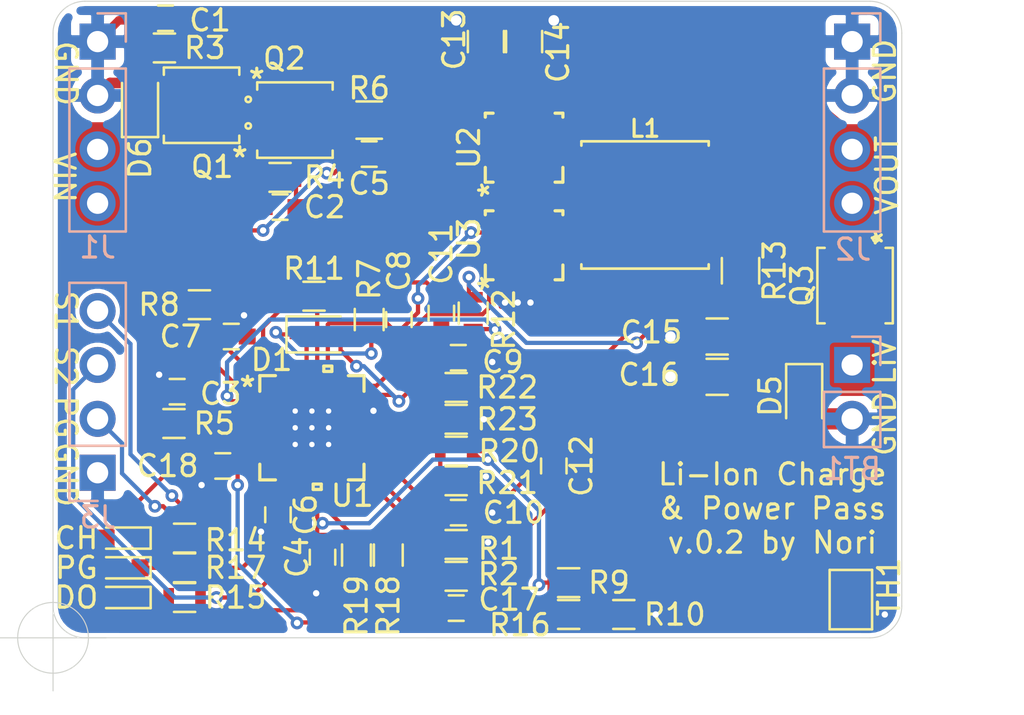
<source format=kicad_pcb>
(kicad_pcb (version 20171130) (host pcbnew "(5.1.10)-1")
  (layers (0 F.Cu signal) (31 B.Cu signal) (34 B.Paste user) (35 F.Paste user) (36 B.SilkS user) (37 F.SilkS user) (38 B.Mask user) (39 F.Mask user) (44 Edge.Cuts user))
  (net 0 "")
  (net 1 +BATT)
  (net 2 GND)
  (net 3 "Net-(C1-Pad1)")
  (net 4 "Net-(C2-Pad2)")
  (net 5 "Net-(C2-Pad1)")
  (net 6 "Net-(C3-Pad2)")
  (net 7 VREF)
  (net 8 "Net-(C11-Pad1)")
  (net 9 "Net-(C6-Pad1)")
  (net 10 "Net-(C7-Pad1)")
  (net 11 "Net-(C8-Pad2)")
  (net 12 "Net-(C8-Pad1)")
  (net 13 "Net-(C9-Pad1)")
  (net 14 "Net-(C10-Pad1)")
  (net 15 "Net-(C11-Pad2)")
  (net 16 VFB)
  (net 17 TS)
  (net 18 "Net-(D1-Pad1)")
  (net 19 "Net-(D2-Pad1)")
  (net 20 "Net-(D3-Pad1)")
  (net 21 "Net-(D4-Pad1)")
  (net 22 ~PG)
  (net 23 STAT2)
  (net 24 STAT1)
  (net 25 "Net-(R5-Pad2)")
  (net 26 "Net-(R10-Pad1)")
  (net 27 "Net-(R11-Pad1)")
  (net 28 ISET1)
  (net 29 ISET2)
  (net 30 ACSET)
  (net 31 "Net-(U1-Pad21)")
  (net 32 "Net-(U1-Pad19)")
  (net 33 "Net-(D6-Pad1)")
  (module Diodes_SMD:D_SOD-323 (layer F.Cu) (at 176.1 83.3 90)
    (fp_text reference D6 (at -2.5 0 90) (layer F.SilkS))
    (fp_text value D_Zener)
    (pad 1 smd rect (at -1.05 0 90) (size 0.6 0.45) (layers F.Cu F.Paste F.Mask) (net 33 "Net-(D6-Pad1)"))
    (pad 2 smd rect (at 1.05 0 90) (size 0.6 0.45) (layers F.Cu F.Paste F.Mask) (net 2 GND))
  )
  (module Diodes_SMD:D_SOD-323 (layer F.Cu) (at 207.4 97 270)
    (fp_text reference D5 (at 0 1.6 90) (layer F.SilkS))
    (fp_text value D_Zener)
    (pad 1 smd rect (at -1.05 0 270) (size 0.6 0.45) (layers F.Cu F.Paste F.Mask) (net 1 +BATT))
    (pad 2 smd rect (at 1.05 0 270) (size 0.6 0.45) (layers F.Cu F.Paste F.Mask) (net 2 GND))
  )
  (module Resistors_SMD:R_0603 (layer F.Cu) (at 191 98.1)
    (fp_text reference R23 (at 2.4 0) (layer F.SilkS))
    (fp_text value 100k)
    (pad 1 smd rect (at -0.75 0) (size 0.5 0.9) (layers F.Cu F.Paste F.Mask) (net 30 ACSET))
    (pad 2 smd rect (at 0.75 0) (size 0.5 0.9) (layers F.Cu F.Paste F.Mask) (net 2 GND))
  )
  (module Resistors_SMD:R_0603 (layer F.Cu) (at 191 101)
    (fp_text reference R21 (at 2.4 0.1) (layer F.SilkS))
    (fp_text value 7.5k)
    (pad 1 smd rect (at -0.75 0) (size 0.5 0.9) (layers F.Cu F.Paste F.Mask) (net 29 ISET2))
    (pad 2 smd rect (at 0.75 0) (size 0.5 0.9) (layers F.Cu F.Paste F.Mask) (net 2 GND))
  )
  (module Resistors_SMD:R_0603 (layer F.Cu) (at 178.2 105.1)
    (fp_text reference R17 (at 2.4 0) (layer F.SilkS))
    (fp_text value 10k)
    (pad 2 smd rect (at 0.75 0) (size 0.5 0.9) (layers F.Cu F.Paste F.Mask) (net 22 ~PG))
    (pad 1 smd rect (at -0.75 0) (size 0.5 0.9) (layers F.Cu F.Paste F.Mask) (net 21 "Net-(D4-Pad1)"))
  )
  (module Resistors_SMD:R_0603 (layer F.Cu) (at 187.8 104.5 90)
    (fp_text reference R18 (at -2.4 0 90) (layer F.SilkS))
    (fp_text value 510k)
    (pad 2 smd rect (at 0.75 0 90) (size 0.5 0.9) (layers F.Cu F.Paste F.Mask) (net 28 ISET1))
    (pad 1 smd rect (at -0.75 0 90) (size 0.5 0.9) (layers F.Cu F.Paste F.Mask) (net 7 VREF))
  )
  (module Resistors_SMD:R_0603 (layer F.Cu) (at 191 99.6 180)
    (fp_text reference R20 (at -2.5 0) (layer F.SilkS))
    (fp_text value 240k)
    (pad 2 smd rect (at 0.75 0 180) (size 0.5 0.9) (layers F.Cu F.Paste F.Mask) (net 29 ISET2))
    (pad 1 smd rect (at -0.75 0 180) (size 0.5 0.9) (layers F.Cu F.Paste F.Mask) (net 7 VREF))
  )
  (module Resistors_SMD:R_0603 (layer F.Cu) (at 191 96.6 180)
    (fp_text reference R22 (at -2.4 0) (layer F.SilkS))
    (fp_text value 560k)
    (pad 2 smd rect (at 0.75 0 180) (size 0.5 0.9) (layers F.Cu F.Paste F.Mask) (net 30 ACSET))
    (pad 1 smd rect (at -0.75 0 180) (size 0.5 0.9) (layers F.Cu F.Paste F.Mask) (net 7 VREF))
  )
  (module Resistors_SMD:R_0603 (layer F.Cu) (at 186.3 104.5 270)
    (fp_text reference R19 (at 2.4 0 90) (layer F.SilkS))
    (fp_text value 33k)
    (pad 1 smd rect (at -0.75 0 270) (size 0.5 0.9) (layers F.Cu F.Paste F.Mask) (net 28 ISET1))
    (pad 2 smd rect (at 0.75 0 270) (size 0.5 0.9) (layers F.Cu F.Paste F.Mask) (net 2 GND))
  )
  (module Resistors_SMD:R_0603 (layer F.Cu) (at 196.3 107.3)
    (fp_text reference R16 (at -2.3 0.5) (layer F.SilkS))
    (fp_text value 100)
    (pad 2 smd rect (at 0.75 0) (size 0.5 0.9) (layers F.Cu F.Paste F.Mask) (net 26 "Net-(R10-Pad1)"))
    (pad 1 smd rect (at -0.75 0) (size 0.5 0.9) (layers F.Cu F.Paste F.Mask) (net 17 TS))
  )
  (module Resistors_SMD:R_0603 (layer F.Cu) (at 198.9 107.3)
    (fp_text reference R10 (at 2.4 0) (layer F.SilkS))
    (fp_text value "430k 1%")
    (pad 2 smd rect (at 0.75 0) (size 0.5 0.9) (layers F.Cu F.Paste F.Mask) (net 2 GND))
    (pad 1 smd rect (at -0.75 0) (size 0.5 0.9) (layers F.Cu F.Paste F.Mask) (net 26 "Net-(R10-Pad1)"))
  )
  (module Resistors_SMD:R_0603 (layer F.Cu) (at 178.9 92.7 180)
    (fp_text reference R8 (at 1.9 0) (layer F.SilkS))
    (fp_text value 10)
    (pad 2 smd rect (at 0.75 0 180) (size 0.5 0.9) (layers F.Cu F.Paste F.Mask) (net 5 "Net-(C2-Pad1)"))
    (pad 1 smd rect (at -0.75 0 180) (size 0.5 0.9) (layers F.Cu F.Paste F.Mask) (net 10 "Net-(C7-Pad1)"))
  )
  (module Resistors_SMD:R_0603 (layer F.Cu) (at 191 105.5 180)
    (fp_text reference R2 (at -2 0.1) (layer F.SilkS))
    (fp_text value "1.1M 1%")
    (pad 2 smd rect (at 0.75 0 180) (size 0.5 0.9) (layers F.Cu F.Paste F.Mask) (net 16 VFB))
    (pad 1 smd rect (at -0.75 0 180) (size 0.5 0.9) (layers F.Cu F.Paste F.Mask) (net 1 +BATT))
  )
  (module Resistors_SMD:R_0603 (layer F.Cu) (at 186.9 93.4 270)
    (fp_text reference R7 (at -1.9 0 90) (layer F.SilkS))
    (fp_text value 0)
    (pad 1 smd rect (at -0.75 0 270) (size 0.5 0.9) (layers F.Cu F.Paste F.Mask) (net 12 "Net-(C8-Pad1)"))
    (pad 2 smd rect (at 0.75 0 270) (size 0.5 0.9) (layers F.Cu F.Paste F.Mask) (net 18 "Net-(D1-Pad1)"))
  )
  (module Resistors_SMD:R_0603 (layer F.Cu) (at 178.2 103.7)
    (fp_text reference R14 (at 2.4 0.1) (layer F.SilkS))
    (fp_text value 10k)
    (pad 1 smd rect (at -0.75 0) (size 0.5 0.9) (layers F.Cu F.Paste F.Mask) (net 19 "Net-(D2-Pad1)"))
    (pad 2 smd rect (at 0.75 0) (size 0.5 0.9) (layers F.Cu F.Paste F.Mask) (net 24 STAT1))
  )
  (module LEDs:LED_0603 (layer F.Cu) (at 175.3 103.7 180)
    (fp_text reference CH (at 2.2 0) (layer F.SilkS))
    (fp_text value LED)
    (pad 1 smd rect (at -0.8 0) (size 0.8 0.8) (layers F.Cu F.Paste F.Mask) (net 19 "Net-(D2-Pad1)"))
    (pad 2 smd rect (at 0.8 0) (size 0.8 0.8) (layers F.Cu F.Paste F.Mask) (net 7 VREF))
  )
  (module LEDs:LED_0603 (layer F.Cu) (at 175.3 106.5 180)
    (fp_text reference DO (at 2.2 0) (layer F.SilkS))
    (fp_text value LED)
    (pad 2 smd rect (at 0.8 0) (size 0.8 0.8) (layers F.Cu F.Paste F.Mask) (net 7 VREF))
    (pad 1 smd rect (at -0.8 0) (size 0.8 0.8) (layers F.Cu F.Paste F.Mask) (net 20 "Net-(D3-Pad1)"))
  )
  (module Resistors_SMD:R_0603 (layer F.Cu) (at 184.3 92.3)
    (fp_text reference R11 (at 0 -1.3) (layer F.SilkS))
    (fp_text value 1k)
    (pad 2 smd rect (at 0.75 0) (size 0.5 0.9) (layers F.Cu F.Paste F.Mask) (net 15 "Net-(C11-Pad2)"))
    (pad 1 smd rect (at -0.75 0) (size 0.5 0.9) (layers F.Cu F.Paste F.Mask) (net 27 "Net-(R11-Pad1)"))
  )
  (module Pin_Headers:Pin_Header_Straight_1x04_Pitch2.54mm (layer B.Cu) (at 174.1 100.62)
    (fp_text reference J3 (at 0.02 2.1) (layer B.SilkS) (effects (justify mirror)))
    (fp_text value Conn_01x04)
    (pad 1 thru_hole rect (at 0 0) (size 1.7 1.7) (drill 1) (layers *.Cu *.Mask) (net 2 GND))
    (pad 2 thru_hole oval (at 0 -2.54) (size 1.7 1.7) (drill 1) (layers *.Cu *.Mask) (net 22 ~PG))
    (pad 3 thru_hole oval (at 0 -5.08) (size 1.7 1.7) (drill 1) (layers *.Cu *.Mask) (net 23 STAT2))
    (pad 4 thru_hole oval (at 0 -7.62) (size 1.7 1.7) (drill 1) (layers *.Cu *.Mask) (net 24 STAT1))
  )
  (module Resistors_SMD:R_0603 (layer F.Cu) (at 196.3 105.8)
    (fp_text reference R9 (at 1.9 0) (layer F.SilkS))
    (fp_text value "9.31k 1%")
    (pad 2 smd rect (at 0.75 0) (size 0.5 0.9) (layers F.Cu F.Paste F.Mask) (net 26 "Net-(R10-Pad1)"))
    (pad 1 smd rect (at -0.75 0) (size 0.5 0.9) (layers F.Cu F.Paste F.Mask) (net 7 VREF))
  )
  (module Capacitors_SMD:C_0603 (layer F.Cu) (at 180 100.3 180)
    (fp_text reference C18 (at 2.6 0) (layer F.SilkS))
    (fp_text value 0.1u)
    (pad 1 smd rect (at -0.75 0 180) (size 0.8 0.75) (layers F.Cu F.Paste F.Mask) (net 17 TS))
    (pad 2 smd rect (at 0.75 0 180) (size 0.8 0.75) (layers F.Cu F.Paste F.Mask) (net 2 GND))
  )
  (module Resistors_SMD:R_0603 (layer F.Cu) (at 191.8 93.1 270)
    (fp_text reference R12 (at 0.3 -1.45 90) (layer F.SilkS))
    (fp_text value 100k)
    (pad 1 smd rect (at -0.75 0 270) (size 0.5 0.9) (layers F.Cu F.Paste F.Mask) (net 15 "Net-(C11-Pad2)"))
    (pad 2 smd rect (at 0.75 0 270) (size 0.5 0.9) (layers F.Cu F.Paste F.Mask) (net 8 "Net-(C11-Pad1)"))
  )
  (module Resistors_SMD:R_0603 (layer F.Cu) (at 177.7 98.3)
    (fp_text reference R5 (at 1.9 0) (layer F.SilkS))
    (fp_text value 1k)
    (pad 1 smd rect (at -0.75 0) (size 0.5 0.9) (layers F.Cu F.Paste F.Mask) (net 4 "Net-(C2-Pad2)"))
    (pad 2 smd rect (at 0.75 0) (size 0.5 0.9) (layers F.Cu F.Paste F.Mask) (net 25 "Net-(R5-Pad2)"))
  )
  (module LEDs:LED_0603 (layer F.Cu) (at 175.3 105.1 180)
    (fp_text reference PG (at 2.2 0) (layer F.SilkS))
    (fp_text value LED)
    (pad 2 smd rect (at 0.8 0) (size 0.8 0.8) (layers F.Cu F.Paste F.Mask) (net 7 VREF))
    (pad 1 smd rect (at -0.8 0) (size 0.8 0.8) (layers F.Cu F.Paste F.Mask) (net 21 "Net-(D4-Pad1)"))
  )
  (module Resistors_SMD:R_0603 (layer F.Cu) (at 191 104)
    (fp_text reference R1 (at 2 0.2) (layer F.SilkS))
    (fp_text value "130k 1%")
    (pad 1 smd rect (at -0.75 0) (size 0.5 0.9) (layers F.Cu F.Paste F.Mask) (net 16 VFB))
    (pad 2 smd rect (at 0.75 0) (size 0.5 0.9) (layers F.Cu F.Paste F.Mask) (net 2 GND))
  )
  (module Resistors_SMD:R_0603 (layer F.Cu) (at 182.7 86.7)
    (fp_text reference R4 (at 2.1 0) (layer F.SilkS))
    (fp_text value 100k)
    (pad 1 smd rect (at -0.75 0) (size 0.5 0.9) (layers F.Cu F.Paste F.Mask) (net 4 "Net-(C2-Pad2)"))
    (pad 2 smd rect (at 0.75 0) (size 0.5 0.9) (layers F.Cu F.Paste F.Mask) (net 5 "Net-(C2-Pad1)"))
  )
  (module Diodes_SMD:D_SOD-323 (layer F.Cu) (at 184.5 94.1)
    (fp_text reference D1 (at -2.2 1.2) (layer F.SilkS))
    (fp_text value CUS520,H3F)
    (pad 1 smd rect (at -1.05 0) (size 0.6 0.45) (layers F.Cu F.Paste F.Mask) (net 18 "Net-(D1-Pad1)"))
    (pad 2 smd rect (at 1.05 0) (size 0.6 0.45) (layers F.Cu F.Paste F.Mask) (net 13 "Net-(C9-Pad1)"))
  )
  (module Resistors_SMD:R_0603 (layer F.Cu) (at 178.2 106.5)
    (fp_text reference R15 (at 2.4 0) (layer F.SilkS))
    (fp_text value 10k)
    (pad 1 smd rect (at -0.75 0) (size 0.5 0.9) (layers F.Cu F.Paste F.Mask) (net 20 "Net-(D3-Pad1)"))
    (pad 2 smd rect (at 0.75 0) (size 0.5 0.9) (layers F.Cu F.Paste F.Mask) (net 23 STAT2))
  )
  (module Capacitors_SMD:C_0603 (layer F.Cu) (at 191 107 180)
    (fp_text reference C17 (at -2.5 0.4) (layer F.SilkS))
    (fp_text value 22p)
    (pad 2 smd rect (at 0.75 0 180) (size 0.8 0.75) (layers F.Cu F.Paste F.Mask) (net 16 VFB))
    (pad 1 smd rect (at -0.75 0 180) (size 0.8 0.75) (layers F.Cu F.Paste F.Mask) (net 1 +BATT))
  )
  (module Capacitors_SMD:C_0603 (layer F.Cu) (at 191.1 95.2)
    (fp_text reference C9 (at 2.1 0.2) (layer F.SilkS))
    (fp_text value 1u)
    (pad 1 smd rect (at -0.75 0) (size 0.8 0.75) (layers F.Cu F.Paste F.Mask) (net 13 "Net-(C9-Pad1)"))
    (pad 2 smd rect (at 0.75 0) (size 0.8 0.75) (layers F.Cu F.Paste F.Mask) (net 2 GND))
  )
  (module Capacitors_SMD:C_0805 (layer F.Cu) (at 203.3 96.1 180)
    (fp_text reference C16 (at 3.2 0.1) (layer F.SilkS))
    (fp_text value 10u)
    (pad 2 smd rect (at 1 0 180) (size 1 1.25) (layers F.Cu F.Paste F.Mask) (net 2 GND))
    (pad 1 smd rect (at -1 0 180) (size 1 1.25) (layers F.Cu F.Paste F.Mask) (net 1 +BATT))
  )
  (module Capacitors_SMD:C_0603 (layer F.Cu) (at 180.4 94.2)
    (fp_text reference C7 (at -2.4 0) (layer F.SilkS))
    (fp_text value 1u)
    (pad 2 smd rect (at 0.75 0) (size 0.8 0.75) (layers F.Cu F.Paste F.Mask) (net 2 GND))
    (pad 1 smd rect (at -0.75 0) (size 0.8 0.75) (layers F.Cu F.Paste F.Mask) (net 10 "Net-(C7-Pad1)"))
  )
  (module Capacitors_SMD:C_0805 (layer F.Cu) (at 203.3 94.2 180)
    (fp_text reference C15 (at 3.1 0.2) (layer F.SilkS))
    (fp_text value 10u)
    (pad 1 smd rect (at -1 0 180) (size 1 1.25) (layers F.Cu F.Paste F.Mask) (net 1 +BATT))
    (pad 2 smd rect (at 1 0 180) (size 1 1.25) (layers F.Cu F.Paste F.Mask) (net 2 GND))
  )
  (module Capacitors_SMD:C_0805 (layer F.Cu) (at 194.2 80.3 90)
    (fp_text reference C14 (at -0.5 1.6 90) (layer F.SilkS))
    (fp_text value 10u)
    (pad 2 smd rect (at 1 0 90) (size 1 1.25) (layers F.Cu F.Paste F.Mask) (net 2 GND))
    (pad 1 smd rect (at -1 0 90) (size 1 1.25) (layers F.Cu F.Paste F.Mask) (net 8 "Net-(C11-Pad1)"))
  )
  (module Capacitors_SMD:C_0805 (layer F.Cu) (at 192.4 80.3 90)
    (fp_text reference C13 (at 0.1 -1.5 90) (layer F.SilkS))
    (fp_text value 10u)
    (pad 1 smd rect (at -1 0 90) (size 1 1.25) (layers F.Cu F.Paste F.Mask) (net 8 "Net-(C11-Pad1)"))
    (pad 2 smd rect (at 1 0 90) (size 1 1.25) (layers F.Cu F.Paste F.Mask) (net 2 GND))
  )
  (module Capacitors_SMD:C_0603 (layer F.Cu) (at 190.3 93.1 90)
    (fp_text reference C11 (at 2.8 0 90) (layer F.SilkS))
    (fp_text value 0.1u)
    (pad 2 smd rect (at 0.75 0 90) (size 0.8 0.75) (layers F.Cu F.Paste F.Mask) (net 15 "Net-(C11-Pad2)"))
    (pad 1 smd rect (at -0.75 0 90) (size 0.8 0.75) (layers F.Cu F.Paste F.Mask) (net 8 "Net-(C11-Pad1)"))
  )
  (module Capacitors_SMD:C_0603 (layer F.Cu) (at 182.7 88.1 180)
    (fp_text reference C2 (at -2.1 0) (layer F.SilkS))
    (fp_text value 0.1u)
    (pad 1 smd rect (at -0.75 0 180) (size 0.8 0.75) (layers F.Cu F.Paste F.Mask) (net 5 "Net-(C2-Pad1)"))
    (pad 2 smd rect (at 0.75 0 180) (size 0.8 0.75) (layers F.Cu F.Paste F.Mask) (net 4 "Net-(C2-Pad2)"))
  )
  (module Pin_Headers:Pin_Header_Straight_1x02_Pitch2.54mm (layer B.Cu) (at 209.66 95.54 180)
    (fp_text reference BT1 (at 0 -4.9) (layer B.SilkS) (effects (justify mirror)))
    (fp_text value LiPo_5S)
    (pad 1 thru_hole rect (at 0 0 180) (size 1.7 1.7) (drill 1) (layers *.Cu *.Mask) (net 1 +BATT))
    (pad 2 thru_hole oval (at 0 -2.54 180) (size 1.7 1.7) (drill 1) (layers *.Cu *.Mask) (net 2 GND))
  )
  (module Capacitors_SMD:C_0603 (layer F.Cu) (at 191.1 102.5)
    (fp_text reference C10 (at 2.6 0) (layer F.SilkS))
    (fp_text value 0.1u)
    (pad 2 smd rect (at 0.75 0) (size 0.8 0.75) (layers F.Cu F.Paste F.Mask) (net 2 GND))
    (pad 1 smd rect (at -0.75 0) (size 0.8 0.75) (layers F.Cu F.Paste F.Mask) (net 14 "Net-(C10-Pad1)"))
  )
  (module Capacitors_SMD:C_0603 (layer F.Cu) (at 177.3 79.2 180)
    (fp_text reference C1 (at -2.1 -0.1) (layer F.SilkS))
    (fp_text value 1u)
    (pad 2 smd rect (at 0.75 0 180) (size 0.8 0.75) (layers F.Cu F.Paste F.Mask) (net 2 GND))
    (pad 1 smd rect (at -0.75 0 180) (size 0.8 0.75) (layers F.Cu F.Paste F.Mask) (net 3 "Net-(C1-Pad1)"))
  )
  (module Capacitors_SMD:C_0603 (layer F.Cu) (at 195.6 100.3 270)
    (fp_text reference C12 (at 0 -1.3 90) (layer F.SilkS))
    (fp_text value 0.1u)
    (pad 1 smd rect (at -0.75 0 270) (size 0.8 0.75) (layers F.Cu F.Paste F.Mask) (net 14 "Net-(C10-Pad1)"))
    (pad 2 smd rect (at 0.75 0 270) (size 0.8 0.75) (layers F.Cu F.Paste F.Mask) (net 1 +BATT))
  )
  (module Capacitors_SMD:C_0603 (layer F.Cu) (at 177.85 96.8)
    (fp_text reference C3 (at 2.05 0.1) (layer F.SilkS))
    (fp_text value 0.1u)
    (pad 1 smd rect (at -0.75 0) (size 0.8 0.75) (layers F.Cu F.Paste F.Mask) (net 2 GND))
    (pad 2 smd rect (at 0.75 0) (size 0.8 0.75) (layers F.Cu F.Paste F.Mask) (net 6 "Net-(C3-Pad2)"))
  )
  (module Capacitors_SMD:C_0603 (layer F.Cu) (at 188.3 93.4 270)
    (fp_text reference C8 (at -2.3 0 90) (layer F.SilkS))
    (fp_text value 0.1u)
    (pad 2 smd rect (at 0.75 0 270) (size 0.8 0.75) (layers F.Cu F.Paste F.Mask) (net 11 "Net-(C8-Pad2)"))
    (pad 1 smd rect (at -0.75 0 270) (size 0.8 0.75) (layers F.Cu F.Paste F.Mask) (net 12 "Net-(C8-Pad1)"))
  )
  (module Capacitors_SMD:C_0603 (layer F.Cu) (at 186.9 85.6)
    (fp_text reference C5 (at 0 1.4) (layer F.SilkS))
    (fp_text value 0.1u)
    (pad 2 smd rect (at 0.75 0) (size 0.8 0.75) (layers F.Cu F.Paste F.Mask) (net 8 "Net-(C11-Pad1)"))
    (pad 1 smd rect (at -0.75 0) (size 0.8 0.75) (layers F.Cu F.Paste F.Mask) (net 6 "Net-(C3-Pad2)"))
  )
  (module Resistors_SMD:R_0805 (layer F.Cu) (at 204.4 91.1 90)
    (fp_text reference R13 (at 0 1.6 90) (layer F.SilkS))
    (fp_text value 10m)
    (pad 2 smd rect (at 0.95 0 90) (size 0.7 1.3) (layers F.Cu F.Paste F.Mask) (net 14 "Net-(C10-Pad1)"))
    (pad 1 smd rect (at -0.95 0 90) (size 0.7 1.3) (layers F.Cu F.Paste F.Mask) (net 1 +BATT))
  )
  (module Capacitors_SMD:C_0603 (layer F.Cu) (at 182.6 102.6 270)
    (fp_text reference C6 (at 0 -1.3 90) (layer F.SilkS))
    (fp_text value 0.1u)
    (pad 1 smd rect (at -0.75 0 270) (size 0.8 0.75) (layers F.Cu F.Paste F.Mask) (net 9 "Net-(C6-Pad1)"))
    (pad 2 smd rect (at 0.75 0 270) (size 0.8 0.75) (layers F.Cu F.Paste F.Mask) (net 2 GND))
  )
  (module BQ24610RGER:BQ24610RGER (layer F.Cu) (at 184.2 98.5)
    (fp_text reference U1 (at 1.9 3.2) (layer F.SilkS))
    (fp_text value BQ24610RGER)
    (fp_text user * (at -3.035 -1.881) (layer F.SilkS))
    (fp_text user * (at -3.035 -1.881) (layer F.SilkS))
    (pad 1 smd rect (at -1.975 -1.25 90) (size 0.28 0.85) (layers F.Cu F.Paste F.Mask) (net 8 "Net-(C11-Pad1)"))
    (pad 2 smd rect (at -1.975 -0.750001 90) (size 0.28 0.85) (layers F.Cu F.Paste F.Mask) (net 6 "Net-(C3-Pad2)"))
    (pad 3 smd rect (at -1.975 -0.25 90) (size 0.28 0.85) (layers F.Cu F.Paste F.Mask) (net 25 "Net-(R5-Pad2)"))
    (pad 4 smd rect (at -1.975 0.25 90) (size 0.28 0.85) (layers F.Cu F.Paste F.Mask) (net 7 VREF))
    (pad 5 smd rect (at -1.975 0.750001 90) (size 0.28 0.85) (layers F.Cu F.Paste F.Mask) (net 24 STAT1))
    (pad 6 smd rect (at -1.975 1.25 90) (size 0.28 0.85) (layers F.Cu F.Paste F.Mask) (net 17 TS))
    (pad 7 smd rect (at -1.250315 1.975) (size 0.28 0.85) (layers F.Cu F.Paste F.Mask) (net 9 "Net-(C6-Pad1)"))
    (pad 8 smd rect (at -0.750189 1.975) (size 0.28 0.85) (layers F.Cu F.Paste F.Mask) (net 22 ~PG))
    (pad 9 smd rect (at -0.250063 1.975) (size 0.28 0.85) (layers F.Cu F.Paste F.Mask) (net 23 STAT2))
    (pad 10 smd rect (at 0.250063 1.975) (size 0.28 0.85) (layers F.Cu F.Paste F.Mask) (net 7 VREF))
    (pad 11 smd rect (at 0.750189 1.975) (size 0.28 0.85) (layers F.Cu F.Paste F.Mask) (net 28 ISET1))
    (pad 12 smd rect (at 1.250315 1.975) (size 0.28 0.85) (layers F.Cu F.Paste F.Mask) (net 16 VFB))
    (pad 13 smd rect (at 1.975 1.25 90) (size 0.28 0.85) (layers F.Cu F.Paste F.Mask) (net 1 +BATT))
    (pad 14 smd rect (at 1.975 0.750001 90) (size 0.28 0.85) (layers F.Cu F.Paste F.Mask) (net 14 "Net-(C10-Pad1)"))
    (pad 15 smd rect (at 1.975 0.25 90) (size 0.28 0.85) (layers F.Cu F.Paste F.Mask) (net 29 ISET2))
    (pad 16 smd rect (at 1.975 -0.25 90) (size 0.28 0.85) (layers F.Cu F.Paste F.Mask) (net 30 ACSET))
    (pad 17 smd rect (at 1.975 -0.750001 90) (size 0.28 0.85) (layers F.Cu F.Paste F.Mask) (net 2 GND))
    (pad 18 smd rect (at 1.975 -1.25 90) (size 0.28 0.85) (layers F.Cu F.Paste F.Mask) (net 13 "Net-(C9-Pad1)"))
    (pad 19 smd rect (at 1.250315 -1.975) (size 0.28 0.85) (layers F.Cu F.Paste F.Mask) (net 32 "Net-(U1-Pad19)"))
    (pad 20 smd rect (at 0.750189 -1.975) (size 0.28 0.85) (layers F.Cu F.Paste F.Mask) (net 11 "Net-(C8-Pad2)"))
    (pad 21 smd rect (at 0.250063 -1.975) (size 0.28 0.85) (layers F.Cu F.Paste F.Mask) (net 31 "Net-(U1-Pad21)"))
    (pad 22 smd rect (at -0.250063 -1.975) (size 0.28 0.85) (layers F.Cu F.Paste F.Mask) (net 18 "Net-(D1-Pad1)"))
    (pad 23 smd rect (at -0.750189 -1.975) (size 0.28 0.85) (layers F.Cu F.Paste F.Mask) (net 27 "Net-(R11-Pad1)"))
    (pad 24 smd rect (at -1.250315 -1.975) (size 0.28 0.85) (layers F.Cu F.Paste F.Mask) (net 10 "Net-(C7-Pad1)"))
    (pad 25 smd rect (at 0 0) (size 2.45 2.45) (layers F.Cu F.Paste F.Mask) (net 2 GND))
    (pad 25 thru_hole circle (at -0.7874 0.7874) (size 0.508 0.508) (drill 0.254) (layers *.Cu *.Mask) (net 2 GND))
    (pad 25 thru_hole circle (at -0.7874 0) (size 0.508 0.508) (drill 0.254) (layers *.Cu *.Mask) (net 2 GND))
    (pad 25 thru_hole circle (at -0.7874 -0.7874) (size 0.508 0.508) (drill 0.254) (layers *.Cu *.Mask) (net 2 GND))
    (pad 25 thru_hole circle (at 0 0.7874) (size 0.508 0.508) (drill 0.254) (layers *.Cu *.Mask) (net 2 GND))
    (pad 25 thru_hole circle (at 0 0) (size 0.508 0.508) (drill 0.254) (layers *.Cu *.Mask) (net 2 GND))
    (pad 25 thru_hole circle (at 0 -0.7874) (size 0.508 0.508) (drill 0.254) (layers *.Cu *.Mask) (net 2 GND))
    (pad 25 thru_hole circle (at 0.7874 0.7874) (size 0.508 0.508) (drill 0.254) (layers *.Cu *.Mask) (net 2 GND))
    (pad 25 thru_hole circle (at 0.7874 0) (size 0.508 0.508) (drill 0.254) (layers *.Cu *.Mask) (net 2 GND))
    (pad 25 thru_hole circle (at 0.7874 -0.7874) (size 0.508 0.508) (drill 0.254) (layers *.Cu *.Mask) (net 2 GND))
  )
  (module Resistors_SMD:R_0603 (layer F.Cu) (at 177.25 80.6 180)
    (fp_text reference R3 (at -1.9 0) (layer F.SilkS))
    (fp_text value 10)
    (pad 1 smd rect (at -0.75 0 180) (size 0.5 0.9) (layers F.Cu F.Paste F.Mask) (net 3 "Net-(C1-Pad1)"))
    (pad 2 smd rect (at 0.75 0 180) (size 0.5 0.9) (layers F.Cu F.Paste F.Mask) (net 33 "Net-(D6-Pad1)"))
  )
  (module SISH625DN-T1-GE3:SISH625DN-T1-GE3 (layer F.Cu) (at 183.4 84)
    (fp_text reference Q2 (at -0.5 -2.9) (layer F.SilkS))
    (fp_text value SISH101DN-T1-GE3)
    (fp_text user * (at -1.8 -1.9) (layer F.SilkS))
    (pad 1 smd rect (at -1.435001 -0.974979) (size 0.4318 0.3048) (layers F.Cu F.Paste F.Mask) (net 5 "Net-(C2-Pad1)"))
    (pad 2 smd rect (at -1.435001 -0.324993) (size 0.4318 0.3048) (layers F.Cu F.Paste F.Mask) (net 5 "Net-(C2-Pad1)"))
    (pad 3 smd rect (at -1.435001 0.324993) (size 0.4318 0.3048) (layers F.Cu F.Paste F.Mask) (net 5 "Net-(C2-Pad1)"))
    (pad 4 smd rect (at -1.435001 0.974979) (size 0.4318 0.3048) (layers F.Cu F.Paste F.Mask) (net 4 "Net-(C2-Pad2)"))
    (pad 5 smd rect (at 1.447701 0.974979) (size 0.4064 0.3048) (layers F.Cu F.Paste F.Mask) (net 6 "Net-(C3-Pad2)"))
    (pad 6 smd rect (at 1.447701 0.324993) (size 0.4064 0.3048) (layers F.Cu F.Paste F.Mask) (net 6 "Net-(C3-Pad2)"))
    (pad 7 smd rect (at 1.447701 -0.324993) (size 0.4064 0.3048) (layers F.Cu F.Paste F.Mask) (net 6 "Net-(C3-Pad2)"))
    (pad 8 smd rect (at 1.447701 -0.974979) (size 0.4064 0.3048) (layers F.Cu F.Paste F.Mask) (net 6 "Net-(C3-Pad2)"))
    (pad 8 smd roundrect (at 0.35 0) (size 1.9 2.4) (layers F.Cu F.Paste F.Mask) (roundrect_rratio 0.053) (net 6 "Net-(C3-Pad2)"))
  )
  (module TPN1R603PL:TPN1R603PL (layer F.Cu) (at 194.2 89.9 90)
    (fp_text reference U3 (at 0.3 -2.6 90) (layer F.SilkS))
    (fp_text value TPN2R304PL)
    (fp_text user * (at -1.8 -1.6 90) (layer F.SilkS))
    (pad 8 smd rect (at 1.5748 -0.974999 90) (size 0.8636 0.3048) (layers F.Cu F.Paste F.Mask) (net 11 "Net-(C8-Pad2)"))
    (pad 7 smd rect (at 1.5748 -0.325001 90) (size 0.8636 0.3048) (layers F.Cu F.Paste F.Mask) (net 11 "Net-(C8-Pad2)"))
    (pad 6 smd rect (at 1.5748 0.325001 90) (size 0.8636 0.3048) (layers F.Cu F.Paste F.Mask) (net 11 "Net-(C8-Pad2)"))
    (pad 5 smd rect (at 1.5748 0.974999 90) (size 0.8636 0.3048) (layers F.Cu F.Paste F.Mask) (net 11 "Net-(C8-Pad2)"))
    (pad 4 smd rect (at -1.5748 0.974999 90) (size 0.8636 0.3048) (layers F.Cu F.Paste F.Mask) (net 32 "Net-(U1-Pad19)"))
    (pad 3 smd rect (at -1.5748 0.325001 90) (size 0.8636 0.3048) (layers F.Cu F.Paste F.Mask) (net 2 GND))
    (pad 2 smd rect (at -1.5748 -0.325001 90) (size 0.8636 0.3048) (layers F.Cu F.Paste F.Mask) (net 2 GND))
    (pad 1 smd rect (at -1.5748 -0.974999 90) (size 0.8636 0.3048) (layers F.Cu F.Paste F.Mask) (net 2 GND))
    (pad 8 smd roundrect (at 0.55 0 90) (size 1.6 3.9) (layers F.Cu) (roundrect_rratio 0.062) (net 11 "Net-(C8-Pad2)"))
  )
  (module Resistors_SMD:R_0805 (layer F.Cu) (at 186.9 84 180)
    (fp_text reference R6 (at 0 1.5) (layer F.SilkS))
    (fp_text value 10m)
    (pad 2 smd rect (at 0.95 0 180) (size 0.7 1.3) (layers F.Cu F.Paste F.Mask) (net 6 "Net-(C3-Pad2)"))
    (pad 1 smd rect (at -0.95 0 180) (size 0.7 1.3) (layers F.Cu F.Paste F.Mask) (net 8 "Net-(C11-Pad1)"))
  )
  (module TPN1R603PL:TPN1R603PL (layer F.Cu) (at 194.2 85.3 90)
    (fp_text reference U2 (at 0 -2.6 90) (layer F.SilkS))
    (fp_text value TPN2R304PL)
    (fp_text user * (at -2 -1.6 90) (layer F.SilkS))
    (pad 8 smd rect (at 1.5748 -0.974999 90) (size 0.8636 0.3048) (layers F.Cu F.Paste F.Mask) (net 8 "Net-(C11-Pad1)"))
    (pad 7 smd rect (at 1.5748 -0.325001 90) (size 0.8636 0.3048) (layers F.Cu F.Paste F.Mask) (net 8 "Net-(C11-Pad1)"))
    (pad 6 smd rect (at 1.5748 0.325001 90) (size 0.8636 0.3048) (layers F.Cu F.Paste F.Mask) (net 8 "Net-(C11-Pad1)"))
    (pad 5 smd rect (at 1.5748 0.974999 90) (size 0.8636 0.3048) (layers F.Cu F.Paste F.Mask) (net 8 "Net-(C11-Pad1)"))
    (pad 4 smd rect (at -1.5748 0.974999 90) (size 0.8636 0.3048) (layers F.Cu F.Paste F.Mask) (net 31 "Net-(U1-Pad21)"))
    (pad 3 smd rect (at -1.5748 0.325001 90) (size 0.8636 0.3048) (layers F.Cu F.Paste F.Mask) (net 11 "Net-(C8-Pad2)"))
    (pad 2 smd rect (at -1.5748 -0.325001 90) (size 0.8636 0.3048) (layers F.Cu F.Paste F.Mask) (net 11 "Net-(C8-Pad2)"))
    (pad 1 smd rect (at -1.5748 -0.974999 90) (size 0.8636 0.3048) (layers F.Cu F.Paste F.Mask) (net 11 "Net-(C8-Pad2)"))
    (pad 8 smd roundrect (at 0.55 0 90) (size 1.6 3.9) (layers F.Cu) (roundrect_rratio 0.062) (net 8 "Net-(C11-Pad1)"))
  )
  (module Pin_Headers:Pin_Header_Straight_1x04_Pitch2.54mm (layer B.Cu) (at 174.1 80.3 180)
    (fp_text reference J1 (at 0 -9.7) (layer B.SilkS) (effects (justify mirror)))
    (fp_text value Conn_01x04)
    (pad 4 thru_hole oval (at 0 -7.62 180) (size 1.7 1.7) (drill 1) (layers *.Cu *.Mask) (net 33 "Net-(D6-Pad1)"))
    (pad 3 thru_hole oval (at 0 -5.08 180) (size 1.7 1.7) (drill 1) (layers *.Cu *.Mask) (net 33 "Net-(D6-Pad1)"))
    (pad 2 thru_hole oval (at 0 -2.54 180) (size 1.7 1.7) (drill 1) (layers *.Cu *.Mask) (net 2 GND))
    (pad 1 thru_hole rect (at 0 0 180) (size 1.7 1.7) (drill 1) (layers *.Cu *.Mask) (net 2 GND))
  )
  (module Pin_Headers:Pin_Header_Straight_1x04_Pitch2.54mm (layer B.Cu) (at 209.66 80.3 180)
    (fp_text reference J2 (at -0.04 -9.8) (layer B.SilkS) (effects (justify mirror)))
    (fp_text value Conn_01x04)
    (pad 4 thru_hole oval (at 0 -7.62 180) (size 1.7 1.7) (drill 1) (layers *.Cu *.Mask) (net 8 "Net-(C11-Pad1)"))
    (pad 3 thru_hole oval (at 0 -5.08 180) (size 1.7 1.7) (drill 1) (layers *.Cu *.Mask) (net 8 "Net-(C11-Pad1)"))
    (pad 2 thru_hole oval (at 0 -2.54 180) (size 1.7 1.7) (drill 1) (layers *.Cu *.Mask) (net 2 GND))
    (pad 1 thru_hole rect (at 0 0 180) (size 1.7 1.7) (drill 1) (layers *.Cu *.Mask) (net 2 GND))
  )
  (module SolderJumper:SolderJumper-2_P1.3mm_Open_Pad1.0x1.5mm (layer F.Cu) (at 209.6 106.6 270)
    (fp_text reference TH1 (at -0.6 -1.8 90) (layer F.SilkS))
    (fp_text value RTH103AT)
    (pad 2 smd rect (at 0.65 0 270) (size 1 1.5) (layers F.Cu F.Mask) (net 2 GND))
    (pad 1 smd rect (at -0.65 0 270) (size 1 1.5) (layers F.Cu F.Mask) (net 26 "Net-(R10-Pad1)"))
  )
  (module SRN6045TA-3R3Y:IND_SRN6045TA-3R3Y (layer F.Cu) (at 199.9 88)
    (fp_text reference L1 (at 0 -3.6) (layer F.SilkS) (effects (font (size 0.8 0.8))))
    (fp_text value 6.8u3.5A)
    (pad 2 smd rect (at 2.075 0) (size 2.35 5.1) (layers F.Cu F.Paste F.Mask) (net 14 "Net-(C10-Pad1)"))
    (pad 1 smd rect (at -2.075 0) (size 2.35 5.1) (layers F.Cu F.Paste F.Mask) (net 11 "Net-(C8-Pad2)"))
  )
  (module SISH625DN-T1-GE3:SISH625DN-T1-GE3 (layer F.Cu) (at 179 83.3 180)
    (fp_text reference Q1 (at -0.5 -2.9) (layer F.SilkS))
    (fp_text value SISH101DN-T1-GE3)
    (fp_text user * (at -1.8 -2.5) (layer F.SilkS))
    (pad 1 smd rect (at -1.435001 -0.974979 180) (size 0.4318 0.3048) (layers F.Cu F.Paste F.Mask) (net 5 "Net-(C2-Pad1)"))
    (pad 2 smd rect (at -1.435001 -0.324993 180) (size 0.4318 0.3048) (layers F.Cu F.Paste F.Mask) (net 5 "Net-(C2-Pad1)"))
    (pad 3 smd rect (at -1.435001 0.324993 180) (size 0.4318 0.3048) (layers F.Cu F.Paste F.Mask) (net 5 "Net-(C2-Pad1)"))
    (pad 4 smd rect (at -1.435001 0.974979 180) (size 0.4318 0.3048) (layers F.Cu F.Paste F.Mask) (net 4 "Net-(C2-Pad2)"))
    (pad 5 smd rect (at 1.447701 0.974979 180) (size 0.4064 0.3048) (layers F.Cu F.Paste F.Mask) (net 33 "Net-(D6-Pad1)"))
    (pad 6 smd rect (at 1.447701 0.324993 180) (size 0.4064 0.3048) (layers F.Cu F.Paste F.Mask) (net 33 "Net-(D6-Pad1)"))
    (pad 7 smd rect (at 1.447701 -0.324993 180) (size 0.4064 0.3048) (layers F.Cu F.Paste F.Mask) (net 33 "Net-(D6-Pad1)"))
    (pad 8 smd rect (at 1.447701 -0.974979 180) (size 0.4064 0.3048) (layers F.Cu F.Paste F.Mask) (net 33 "Net-(D6-Pad1)"))
    (pad 8 smd roundrect (at 0.35 0 180) (size 1.9 2.4) (layers F.Cu F.Paste F.Mask) (roundrect_rratio 0.053) (net 33 "Net-(D6-Pad1)"))
  )
  (module SISH625DN-T1-GE3:SISH625DN-T1-GE3 (layer F.Cu) (at 209.8 91.8 270)
    (fp_text reference Q3 (at 0 2.5 90) (layer F.SilkS))
    (fp_text value SISH101DN-T1-GE3)
    (fp_text user * (at -2.25 -1.35 90) (layer F.SilkS))
    (pad 1 smd rect (at -1.435001 -0.974979 270) (size 0.4318 0.3048) (layers F.Cu F.Paste F.Mask) (net 8 "Net-(C11-Pad1)"))
    (pad 2 smd rect (at -1.435001 -0.324993 270) (size 0.4318 0.3048) (layers F.Cu F.Paste F.Mask) (net 8 "Net-(C11-Pad1)"))
    (pad 3 smd rect (at -1.435001 0.324993 270) (size 0.4318 0.3048) (layers F.Cu F.Paste F.Mask) (net 8 "Net-(C11-Pad1)"))
    (pad 4 smd rect (at -1.435001 0.974979 270) (size 0.4318 0.3048) (layers F.Cu F.Paste F.Mask) (net 15 "Net-(C11-Pad2)"))
    (pad 5 smd rect (at 1.447701 0.974979 270) (size 0.4064 0.3048) (layers F.Cu F.Paste F.Mask) (net 1 +BATT))
    (pad 6 smd rect (at 1.447701 0.324993 270) (size 0.4064 0.3048) (layers F.Cu F.Paste F.Mask) (net 1 +BATT))
    (pad 7 smd rect (at 1.447701 -0.324993 270) (size 0.4064 0.3048) (layers F.Cu F.Paste F.Mask) (net 1 +BATT))
    (pad 8 smd rect (at 1.447701 -0.974979 270) (size 0.4064 0.3048) (layers F.Cu F.Paste F.Mask) (net 1 +BATT))
    (pad 8 smd roundrect (at 0.35 0 270) (size 1.9 2.4) (layers F.Cu F.Paste F.Mask) (roundrect_rratio 0.053) (net 1 +BATT))
  )
  (module Capacitors_SMD:C_0603 (layer F.Cu) (at 184.7 104.6 270)
    (fp_text reference C4 (at 0 1.2 90) (layer F.SilkS))
    (fp_text value 0.1u)
    (pad 1 smd rect (at -0.75 0 270) (size 0.8 0.75) (layers F.Cu F.Paste F.Mask) (net 7 VREF))
    (pad 2 smd rect (at 0.75 0 270) (size 0.8 0.75) (layers F.Cu F.Paste F.Mask) (net 2 GND))
  )
  (gr_line (start 212 106.9) (end 212 79.9) (layer Edge.Cuts) (width 0.05))
  (gr_arc (start 210.5 106.9) (end 210.5 108.4) (angle -90) (layer Edge.Cuts) (width 0.05))
  (gr_line (start 172 79.9) (end 172 106.9) (layer Edge.Cuts) (width 0.05))
  (gr_line (start 173.599779 108.396678) (end 210.5 108.4) (layer Edge.Cuts) (width 0.05))
  (gr_arc (start 173.5 106.9) (end 172 106.9) (angle -93.81407483) (layer Edge.Cuts) (width 0.05))
  (gr_line (start 210.5 78.4) (end 173.5 78.4) (layer Edge.Cuts) (width 0.05))
  (gr_text "Li-Ion Charge\n& Power Pass\nv.0.2 by Nori" (at 205.9 102.3) (layer F.SilkS) (effects (font (size 1 1))))
  (gr_text GND (at 211.2 81.7 90) (layer F.SilkS) (effects (font (size 1 1))))
  (gr_text LiV (at 211.2 95.4 90) (layer F.SilkS) (effects (font (size 1 1))))
  (gr_text VOUT (at 211.3 86.6 90) (layer F.SilkS) (effects (font (size 1 1))))
  (gr_text VIN (at 172.5 86.7 -90) (layer F.SilkS) (effects (font (size 1 1))))
  (gr_text GND (at 211.2 98.3 90) (layer F.SilkS) (effects (font (size 1 1))))
  (gr_text GND (at 172.6 100.7 270) (layer F.SilkS) (effects (font (size 1 1))))
  (gr_text S1 (at 172.6 93 270) (layer F.SilkS) (effects (font (size 1 1))))
  (gr_text GND (at 172.6 81.8 270) (layer F.SilkS) (effects (font (size 1 1))))
  (gr_text S2 (at 172.6 95.6 270) (layer F.SilkS) (effects (font (size 1 1))))
  (gr_text PG (at 172.6 98 270) (layer F.SilkS) (effects (font (size 1 1))))
  (target plus (at 172 108.4) (size 5) (width 0.05) (layer Edge.Cuts))
  (gr_arc (start 210.5 79.9) (end 212 79.9) (angle -90) (layer Edge.Cuts) (width 0.05))
  (gr_arc (start 173.5 79.9) (end 173.5 78.4) (angle -90) (layer Edge.Cuts) (width 0.05))
  (segment (start 191.75 105.5) (end 191.75 107) (width 0.2) (layer F.Cu) (net 1))
  (segment (start 189.674999 103.249999) (end 189.575001 103.150001) (width 0.2) (layer F.Cu) (net 1))
  (segment (start 189.575001 103.150001) (end 186.175 99.75) (width 0.2) (layer F.Cu) (net 1))
  (segment (start 203.2 96.865002) (end 203.2 92.7) (width 0.2) (layer F.Cu) (net 1))
  (segment (start 207.85 95.9) (end 204.25 92.3) (width 1) (layer F.Cu) (net 1))
  (segment (start 203.2 92.7) (end 203.6 92.3) (width 0.2) (layer F.Cu) (net 1))
  (segment (start 191.199999 104.949999) (end 191.199999 103.309999) (width 0.2) (layer F.Cu) (net 1))
  (segment (start 195.6 101.05) (end 195.6 101.975) (width 0.2) (layer F.Cu) (net 1))
  (segment (start 191.199999 103.309999) (end 191.139999 103.249999) (width 0.2) (layer F.Cu) (net 1))
  (segment (start 203.6 92.3) (end 204.25 92.3) (width 0.2) (layer F.Cu) (net 1))
  (segment (start 194.325001 103.249999) (end 191.259999 103.249999) (width 0.2) (layer F.Cu) (net 1))
  (segment (start 210 95.9) (end 207.85 95.9) (width 1) (layer F.Cu) (net 1))
  (segment (start 191.259999 103.249999) (end 191.199999 103.309999) (width 0.2) (layer F.Cu) (net 1))
  (segment (start 199.015002 101.05) (end 203.2 96.865002) (width 0.2) (layer F.Cu) (net 1))
  (segment (start 191.139999 103.249999) (end 189.674999 103.249999) (width 0.2) (layer F.Cu) (net 1))
  (segment (start 195.6 101.975) (end 194.325001 103.249999) (width 0.2) (layer F.Cu) (net 1))
  (segment (start 195.6 101.05) (end 199.015002 101.05) (width 0.2) (layer F.Cu) (net 1))
  (segment (start 191.75 105.5) (end 191.199999 104.949999) (width 0.2) (layer F.Cu) (net 1))
  (via (at 193.3 92.6) (size 0.6) (drill 0.3) (layers F.Cu B.Cu) (net 2))
  (via (at 179 101.2) (size 0.6) (drill 0.3) (layers F.Cu B.Cu) (net 2))
  (via (at 192.7 95.4) (size 0.6) (drill 0.3) (layers F.Cu B.Cu) (net 2))
  (via (at 187.1 97.7) (size 0.6) (drill 0.3) (layers F.Cu B.Cu) (net 2))
  (via (at 181 93.2) (size 0.6) (drill 0.3) (layers F.Cu B.Cu) (net 2))
  (via (at 200.4 107.3) (size 0.6) (drill 0.3) (layers F.Cu B.Cu) (net 2))
  (via (at 192.7 102.5) (size 0.6) (drill 0.3) (layers F.Cu B.Cu) (net 2))
  (via (at 194.5 92.6) (size 0.6) (drill 0.3) (layers F.Cu B.Cu) (net 2))
  (via (at 192.4 100.8) (size 0.6) (drill 0.3) (layers F.Cu B.Cu) (net 2))
  (via (at 193.9 92.6) (size 0.6) (drill 0.3) (layers F.Cu B.Cu) (net 2))
  (via (at 192.5 103.9) (size 0.6) (drill 0.3) (layers F.Cu B.Cu) (net 2))
  (via (at 195.6 79.3) (size 0.9) (drill 0.5) (layers F.Cu B.Cu) (net 2))
  (via (at 201.1 96.1) (size 0.9) (drill 0.5) (layers F.Cu B.Cu) (net 2))
  (via (at 181.8 103.4) (size 0.6) (drill 0.3) (layers F.Cu B.Cu) (net 2))
  (via (at 192.3 98.1) (size 0.6) (drill 0.3) (layers F.Cu B.Cu) (net 2))
  (via (at 191 79.3) (size 0.9) (drill 0.5) (layers F.Cu B.Cu) (net 2))
  (via (at 184.4 106.3) (size 0.6) (drill 0.3) (layers F.Cu B.Cu) (net 2))
  (via (at 177 96) (size 0.6) (drill 0.3) (layers F.Cu B.Cu) (net 2))
  (via (at 201.1 94.2) (size 0.9) (drill 0.5) (layers F.Cu B.Cu) (net 2))
  (via (at 211.2 107.3) (size 0.6) (drill 0.3) (layers F.Cu B.Cu) (net 2))
  (segment (start 191.75 98.1) (end 192.3 98.1) (width 0.2) (layer F.Cu) (net 2))
  (segment (start 184.8 105.25) (end 184.7 105.35) (width 0.2) (layer F.Cu) (net 2))
  (segment (start 181.15 94.2) (end 181.15 93.35) (width 0.2) (layer F.Cu) (net 2))
  (segment (start 177.1 96.1) (end 177 96) (width 0.2) (layer F.Cu) (net 2))
  (segment (start 209.6 107.25) (end 211.15 107.25) (width 0.2) (layer F.Cu) (net 2))
  (segment (start 192.4 104) (end 192.5 103.9) (width 0.2) (layer F.Cu) (net 2))
  (segment (start 177.1 96.8) (end 177.1 96.1) (width 0.2) (layer F.Cu) (net 2))
  (segment (start 186.175 97.749999) (end 187.050001 97.749999) (width 0.2) (layer F.Cu) (net 2))
  (segment (start 186.3 105.25) (end 184.8 105.25) (width 0.2) (layer F.Cu) (net 2))
  (segment (start 194.2 79.3) (end 192.4 79.3) (width 1.2) (layer F.Cu) (net 2))
  (segment (start 211.15 107.25) (end 211.2 107.3) (width 0.2) (layer F.Cu) (net 2))
  (segment (start 192.4 79.3) (end 191 79.3) (width 1.2) (layer F.Cu) (net 2))
  (segment (start 194.2 79.3) (end 195.6 79.3) (width 1.2) (layer F.Cu) (net 2))
  (segment (start 179.25 100.95) (end 179 101.2) (width 0.2) (layer F.Cu) (net 2))
  (segment (start 179.25 100.3) (end 179.25 100.95) (width 0.2) (layer F.Cu) (net 2))
  (segment (start 202.3 96.1) (end 201.1 96.1) (width 1) (layer F.Cu) (net 2))
  (segment (start 191.75 104) (end 192.4 104) (width 0.2) (layer F.Cu) (net 2))
  (segment (start 191.85 95.2) (end 192.5 95.2) (width 0.2) (layer F.Cu) (net 2))
  (segment (start 182.6 103.35) (end 181.85 103.35) (width 0.2) (layer F.Cu) (net 2))
  (segment (start 192.5 95.2) (end 192.7 95.4) (width 0.2) (layer F.Cu) (net 2))
  (segment (start 181.15 93.35) (end 181 93.2) (width 0.2) (layer F.Cu) (net 2))
  (segment (start 181.85 103.35) (end 181.8 103.4) (width 0.2) (layer F.Cu) (net 2))
  (segment (start 187.050001 97.749999) (end 187.1 97.7) (width 0.2) (layer F.Cu) (net 2))
  (segment (start 174.3 80.5) (end 174.1 80.3) (width 0.2) (layer F.Cu) (net 2))
  (segment (start 199.65 107.3) (end 200.4 107.3) (width 0.2) (layer F.Cu) (net 2))
  (segment (start 202.3 94.2) (end 201.1 94.2) (width 1) (layer F.Cu) (net 2))
  (segment (start 184.7 105.35) (end 184.7 106) (width 0.2) (layer F.Cu) (net 2))
  (segment (start 184.7 106) (end 184.4 106.3) (width 0.2) (layer F.Cu) (net 2))
  (segment (start 191.85 102.5) (end 192.7 102.5) (width 0.2) (layer F.Cu) (net 2))
  (segment (start 192.2 101) (end 192.4 100.8) (width 0.2) (layer F.Cu) (net 2))
  (segment (start 191.75 101) (end 192.2 101) (width 0.2) (layer F.Cu) (net 2))
  (segment (start 175.1 79.3) (end 174.1 80.3) (width 0.4) (layer F.Cu) (net 2))
  (segment (start 176.55 79.3) (end 175.1 79.3) (width 0.4) (layer F.Cu) (net 2))
  (segment (start 207.43 98.08) (end 207.4 98.05) (width 1) (layer F.Cu) (net 2))
  (segment (start 209.66 98.08) (end 207.43 98.08) (width 1) (layer F.Cu) (net 2))
  (segment (start 174.69 82.25) (end 174.1 82.84) (width 0.5) (layer F.Cu) (net 2))
  (segment (start 176.1 82.25) (end 174.69 82.25) (width 0.5) (layer F.Cu) (net 2))
  (segment (start 178.05 80.6) (end 177.95 80.7) (width 0.4) (layer F.Cu) (net 3))
  (segment (start 178.05 79.3) (end 178.05 80.6) (width 0.4) (layer F.Cu) (net 3))
  (segment (start 181.95 84.989978) (end 181.964999 84.974979) (width 0.2) (layer F.Cu) (net 4))
  (segment (start 176.399999 92.644299) (end 176.399999 97.749999) (width 0.2) (layer F.Cu) (net 4))
  (segment (start 176.399999 97.749999) (end 176.95 98.3) (width 0.2) (layer F.Cu) (net 4))
  (segment (start 180.944298 88.1) (end 176.399999 92.644299) (width 0.2) (layer F.Cu) (net 4))
  (segment (start 181.95 86.7) (end 181.95 84.989978) (width 0.2) (layer F.Cu) (net 4))
  (segment (start 179.9191 84.8191) (end 181.8 86.7) (width 0.2) (layer F.Cu) (net 4))
  (segment (start 181.8 86.7) (end 181.95 86.7) (width 0.2) (layer F.Cu) (net 4))
  (segment (start 180.174979 82.325021) (end 179.9191 82.5809) (width 0.2) (layer F.Cu) (net 4))
  (segment (start 181.95 88.1) (end 181.95 86.7) (width 0.2) (layer F.Cu) (net 4))
  (segment (start 179.9191 82.5809) (end 179.9191 84.8191) (width 0.2) (layer F.Cu) (net 4))
  (segment (start 181.95 88.1) (end 180.944298 88.1) (width 0.2) (layer F.Cu) (net 4))
  (segment (start 180.435001 82.325021) (end 180.174979 82.325021) (width 0.2) (layer F.Cu) (net 4))
  (segment (start 181.964999 84.324993) (end 182.380899 84.324993) (width 0.2) (layer F.Cu) (net 5))
  (segment (start 182.5 85.75) (end 183.45 86.7) (width 0.2) (layer F.Cu) (net 5))
  (segment (start 180.399998 89.800002) (end 182.324998 89.800002) (width 0.2) (layer F.Cu) (net 5))
  (segment (start 182.380899 84.324993) (end 182.5 84.444094) (width 0.2) (layer F.Cu) (net 5))
  (segment (start 183.45 86.7) (end 183.45 88.1) (width 0.2) (layer F.Cu) (net 5))
  (segment (start 182.5 84.444094) (end 182.5 85.75) (width 0.2) (layer F.Cu) (net 5))
  (segment (start 178.15 92.05) (end 180.399998 89.800002) (width 0.2) (layer F.Cu) (net 5))
  (segment (start 182.324998 89.800002) (end 183.45 88.675) (width 0.2) (layer F.Cu) (net 5))
  (segment (start 183.45 86.7) (end 183.45 86.35) (width 0.2) (layer F.Cu) (net 5))
  (segment (start 183.45 88.675) (end 183.45 88.1) (width 0.2) (layer F.Cu) (net 5))
  (segment (start 178.15 92.7) (end 178.15 92.05) (width 0.2) (layer F.Cu) (net 5))
  (via (at 184.9 86.5) (size 0.6) (drill 0.3) (layers F.Cu B.Cu) (net 6))
  (via (at 181.9 89.2) (size 0.6) (drill 0.3) (layers F.Cu B.Cu) (net 6))
  (segment (start 184.847701 83.675007) (end 184.074993 83.675007) (width 0.2) (layer F.Cu) (net 6))
  (segment (start 186.15 84.2) (end 185.95 84) (width 0.2) (layer F.Cu) (net 6))
  (segment (start 180.409998 89.2) (end 181.9 89.2) (width 0.2) (layer F.Cu) (net 6))
  (segment (start 178.575 96.8) (end 177.599999 95.824999) (width 0.2) (layer F.Cu) (net 6))
  (segment (start 184.6 86.5) (end 184.9 86.5) (width 0.2) (layer B.Cu) (net 6))
  (segment (start 186.15 85.6) (end 186.15 84.2) (width 0.2) (layer F.Cu) (net 6))
  (segment (start 177.599999 92.009999) (end 180.409998 89.2) (width 0.2) (layer F.Cu) (net 6))
  (segment (start 185.25 86.5) (end 186.15 85.6) (width 0.2) (layer F.Cu) (net 6))
  (segment (start 184.9 86.5) (end 185.25 86.5) (width 0.2) (layer F.Cu) (net 6))
  (segment (start 179.549999 97.749999) (end 178.6 96.8) (width 0.2) (layer F.Cu) (net 6))
  (segment (start 182.225 97.749999) (end 179.549999 97.749999) (width 0.2) (layer F.Cu) (net 6))
  (segment (start 178.6 96.8) (end 178.575 96.8) (width 0.2) (layer F.Cu) (net 6))
  (segment (start 177.599999 95.824999) (end 177.599999 92.009999) (width 0.2) (layer F.Cu) (net 6))
  (segment (start 181.9 89.2) (end 184.6 86.5) (width 0.2) (layer B.Cu) (net 6))
  (segment (start 184.074993 83.675007) (end 183.75 84) (width 0.2) (layer F.Cu) (net 6))
  (via (at 194.9 105.9) (size 0.6) (drill 0.3) (layers F.Cu B.Cu) (net 7))
  (via (at 192.5 100) (size 0.6) (drill 0.3) (layers F.Cu B.Cu) (net 7))
  (via (at 184.7 103) (size 0.6) (drill 0.3) (layers F.Cu B.Cu) (net 7))
  (segment (start 174.5 103.490002) (end 174.5 103.7) (width 0.2) (layer F.Cu) (net 7))
  (segment (start 179.240002 98.75) (end 174.5 103.490002) (width 0.2) (layer F.Cu) (net 7))
  (segment (start 182.225 98.75) (end 179.240002 98.75) (width 0.2) (layer F.Cu) (net 7))
  (segment (start 174.5 103.7) (end 174.5 105.1) (width 0.2) (layer F.Cu) (net 7))
  (segment (start 174.5 105.1) (end 174.5 106.5) (width 0.2) (layer F.Cu) (net 7))
  (segment (start 184.7 103.85) (end 184.450063 103.600063) (width 0.2) (layer F.Cu) (net 7))
  (segment (start 186.850001 104.300001) (end 187.8 105.25) (width 0.2) (layer F.Cu) (net 7))
  (segment (start 185.150001 104.300001) (end 186.850001 104.300001) (width 0.2) (layer F.Cu) (net 7))
  (segment (start 184.7 103.85) (end 185.150001 104.300001) (width 0.2) (layer F.Cu) (net 7))
  (segment (start 194.9 105.4) (end 194.9 102.4) (width 0.2) (layer B.Cu) (net 7))
  (segment (start 192.9 97.4) (end 192.1 96.6) (width 0.2) (layer F.Cu) (net 7))
  (segment (start 186.9 103) (end 189.9 100) (width 0.2) (layer B.Cu) (net 7))
  (segment (start 175.250001 107.250001) (end 181.861995 107.250001) (width 0.2) (layer F.Cu) (net 7))
  (segment (start 192.15 100) (end 191.75 99.6) (width 0.2) (layer F.Cu) (net 7))
  (segment (start 184.450063 103.050063) (end 184.450063 100.475) (width 0.2) (layer F.Cu) (net 7))
  (segment (start 192.5 100) (end 194.8 102.3) (width 0.2) (layer B.Cu) (net 7))
  (segment (start 195 105.8) (end 194.9 105.9) (width 0.2) (layer F.Cu) (net 7))
  (segment (start 192.2 99.6) (end 192.9 98.9) (width 0.2) (layer F.Cu) (net 7))
  (segment (start 187.8 105.7) (end 187.8 105.25) (width 0.2) (layer F.Cu) (net 7))
  (segment (start 184.500126 103) (end 184.450063 103.050063) (width 0.2) (layer F.Cu) (net 7))
  (segment (start 194.9 102.4) (end 194.8 102.3) (width 0.2) (layer B.Cu) (net 7))
  (segment (start 184.7 103) (end 186.9 103) (width 0.2) (layer B.Cu) (net 7))
  (segment (start 192.1 96.6) (end 191.75 96.6) (width 0.2) (layer F.Cu) (net 7))
  (segment (start 186.400002 107.099998) (end 187.8 105.7) (width 0.2) (layer F.Cu) (net 7))
  (segment (start 174.5 106.5) (end 175.250001 107.250001) (width 0.2) (layer F.Cu) (net 7))
  (segment (start 194.9 105.6) (end 194.9 105.9) (width 0.2) (layer B.Cu) (net 7))
  (segment (start 191.75 99.6) (end 192.2 99.6) (width 0.2) (layer F.Cu) (net 7))
  (segment (start 194.9 105.6) (end 194.9 105.7) (width 0.2) (layer B.Cu) (net 7))
  (segment (start 192.5 100) (end 192.15 100) (width 0.2) (layer F.Cu) (net 7))
  (segment (start 195.55 105.8) (end 195 105.8) (width 0.2) (layer F.Cu) (net 7))
  (segment (start 194.9 105.4) (end 194.9 105.6) (width 0.2) (layer B.Cu) (net 7))
  (segment (start 181.861995 107.250001) (end 182.011998 107.099998) (width 0.2) (layer F.Cu) (net 7))
  (segment (start 192.9 98.9) (end 192.9 97.4) (width 0.2) (layer F.Cu) (net 7))
  (segment (start 184.7 103) (end 184.500126 103) (width 0.2) (layer F.Cu) (net 7))
  (segment (start 184.450063 103.600063) (end 184.450063 103.050063) (width 0.2) (layer F.Cu) (net 7))
  (segment (start 182.011998 107.099998) (end 186.400002 107.099998) (width 0.2) (layer F.Cu) (net 7))
  (segment (start 189.9 100) (end 192.5 100) (width 0.2) (layer B.Cu) (net 7))
  (via (at 192.831727 93.868273) (size 0.6) (drill 0.3) (layers F.Cu B.Cu) (net 8))
  (via (at 180.2 97) (size 0.6) (drill 0.3) (layers F.Cu B.Cu) (net 8))
  (segment (start 181.384998 97.25) (end 178.949999 94.815001) (width 0.2) (layer F.Cu) (net 8))
  (segment (start 180.45 97.25) (end 180.2 97) (width 0.2) (layer F.Cu) (net 8))
  (segment (start 192.813454 93.85) (end 192.831727 93.868273) (width 0.2) (layer F.Cu) (net 8))
  (segment (start 187.65 85.6) (end 187.65 84.2) (width 0.2) (layer F.Cu) (net 8))
  (segment (start 180.2 95.411998) (end 182.211999 93.399999) (width 0.2) (layer B.Cu) (net 8))
  (segment (start 187.65 84.2) (end 187.85 84) (width 0.2) (layer F.Cu) (net 8))
  (segment (start 182.211999 93.399999) (end 192.363453 93.399999) (width 0.2) (layer B.Cu) (net 8))
  (segment (start 179.099999 92.009999) (end 179.159999 91.949999) (width 0.2) (layer F.Cu) (net 8))
  (segment (start 181.300001 91.949999) (end 187.65 85.6) (width 0.2) (layer F.Cu) (net 8))
  (segment (start 180.2 97) (end 180.2 95.411998) (width 0.2) (layer B.Cu) (net 8))
  (segment (start 209.150001 87.070001) (end 210 87.92) (width 0.2) (layer F.Cu) (net 8))
  (segment (start 178.949999 94.815001) (end 178.949999 92.915701) (width 0.2) (layer F.Cu) (net 8))
  (segment (start 179.099999 92.765701) (end 179.099999 92.009999) (width 0.2) (layer F.Cu) (net 8))
  (segment (start 191.8 93.85) (end 192.813454 93.85) (width 0.2) (layer F.Cu) (net 8))
  (segment (start 182.225 97.25) (end 180.45 97.25) (width 0.2) (layer F.Cu) (net 8))
  (segment (start 179.159999 91.949999) (end 181.300001 91.949999) (width 0.2) (layer F.Cu) (net 8))
  (segment (start 182.225 97.25) (end 181.384998 97.25) (width 0.2) (layer F.Cu) (net 8))
  (segment (start 178.949999 92.915701) (end 179.099999 92.765701) (width 0.2) (layer F.Cu) (net 8))
  (segment (start 192.363453 93.399999) (end 192.831727 93.868273) (width 0.2) (layer B.Cu) (net 8))
  (segment (start 191.8 93.85) (end 190.3 93.85) (width 0.2) (layer F.Cu) (net 8))
  (segment (start 182.6 100.824685) (end 182.949685 100.475) (width 0.2) (layer F.Cu) (net 9))
  (segment (start 182.6 101.85) (end 182.6 100.824685) (width 0.2) (layer F.Cu) (net 9))
  (segment (start 181.975 96.525) (end 179.65 94.2) (width 0.2) (layer F.Cu) (net 10))
  (segment (start 182.949685 96.525) (end 181.975 96.525) (width 0.2) (layer F.Cu) (net 10))
  (segment (start 179.65 94.2) (end 179.65 92.8) (width 0.2) (layer F.Cu) (net 10))
  (via (at 191.7 89.3) (size 0.6) (drill 0.3) (layers F.Cu B.Cu) (net 11))
  (via (at 189.2 92.4) (size 0.6) (drill 0.3) (layers F.Cu B.Cu) (net 11))
  (segment (start 185.009999 93.574999) (end 187.724999 93.574999) (width 0.2) (layer F.Cu) (net 11))
  (segment (start 184.949999 93.634999) (end 185.009999 93.574999) (width 0.2) (layer F.Cu) (net 11))
  (segment (start 184.949999 96.52481) (end 184.949999 93.634999) (width 0.2) (layer F.Cu) (net 11))
  (segment (start 184.950189 96.525) (end 184.949999 96.52481) (width 0.2) (layer F.Cu) (net 11))
  (segment (start 191.7 89.3) (end 194.15 89.3) (width 0.2) (layer F.Cu) (net 11))
  (segment (start 184.950189 96.525) (end 184.950189 95.9) (width 0.2) (layer F.Cu) (net 11))
  (segment (start 184.950189 95.920124) (end 184.950189 96.525) (width 0.2) (layer F.Cu) (net 11))
  (segment (start 187.724999 93.574999) (end 188.3 94.15) (width 0.2) (layer F.Cu) (net 11))
  (segment (start 194.15 89.3) (end 194.2 89.35) (width 0.2) (layer F.Cu) (net 11))
  (segment (start 189.2 91.8) (end 191.7 89.3) (width 0.2) (layer B.Cu) (net 11))
  (segment (start 189.2 93.069298) (end 189.2 92.4) (width 0.2) (layer F.Cu) (net 11))
  (segment (start 189.2 92.4) (end 189.2 91.8) (width 0.2) (layer B.Cu) (net 11))
  (segment (start 188.3 93.969298) (end 189.2 93.069298) (width 0.2) (layer F.Cu) (net 11))
  (segment (start 188.3 94.15) (end 188.3 93.969298) (width 0.2) (layer F.Cu) (net 11))
  (segment (start 186.9 92.65) (end 188.3 92.65) (width 0.2) (layer F.Cu) (net 12))
  (via (at 188.3 97.25) (size 0.6) (drill 0.3) (layers F.Cu B.Cu) (net 13))
  (via (at 186.3 95.60001) (size 0.6) (drill 0.3) (layers F.Cu B.Cu) (net 13))
  (segment (start 186.65001 95.60001) (end 186.3 95.60001) (width 0.2) (layer B.Cu) (net 13))
  (segment (start 186.175 97.25) (end 186.474999 96.950001) (width 0.2) (layer F.Cu) (net 13))
  (segment (start 185.55 94.85001) (end 186.3 95.60001) (width 0.2) (layer F.Cu) (net 13))
  (segment (start 188.3 97.25) (end 190.35 95.2) (width 0.2) (layer F.Cu) (net 13))
  (segment (start 185.55 94.1) (end 185.55 94.85001) (width 0.2) (layer F.Cu) (net 13))
  (segment (start 188.000001 96.950001) (end 188.3 97.25) (width 0.2) (layer F.Cu) (net 13))
  (segment (start 186.474999 96.950001) (end 188.000001 96.950001) (width 0.2) (layer F.Cu) (net 13))
  (segment (start 188.3 97.25) (end 186.65001 95.60001) (width 0.2) (layer B.Cu) (net 13))
  (segment (start 195.6 98.95) (end 195.6 99.55) (width 0.2) (layer F.Cu) (net 14))
  (segment (start 186.8 99.250001) (end 186.175 99.250001) (width 0.2) (layer F.Cu) (net 14))
  (segment (start 204.4 90.15) (end 202.961996 90.15) (width 0.2) (layer F.Cu) (net 14))
  (segment (start 190.049999 102.5) (end 186.8 99.250001) (width 0.2) (layer F.Cu) (net 14))
  (segment (start 195.6 99.55) (end 195.6 99.575) (width 0.2) (layer F.Cu) (net 14))
  (segment (start 195.6 99.575) (end 193.350001 101.824999) (width 0.2) (layer F.Cu) (net 14))
  (segment (start 202.961996 90.15) (end 195.6 97.511996) (width 0.2) (layer F.Cu) (net 14))
  (segment (start 195.6 97.511996) (end 195.6 98.95) (width 0.2) (layer F.Cu) (net 14))
  (segment (start 193.350001 101.824999) (end 191.025001 101.824999) (width 0.2) (layer F.Cu) (net 14))
  (segment (start 190.35 102.5) (end 190.049999 102.5) (width 0.2) (layer F.Cu) (net 14))
  (segment (start 191.025001 101.824999) (end 190.35 102.5) (width 0.2) (layer F.Cu) (net 14))
  (via (at 191.6 91.4) (size 0.6) (drill 0.3) (layers F.Cu B.Cu) (net 15))
  (via (at 199.5 94.5) (size 0.6) (drill 0.3) (layers F.Cu B.Cu) (net 15))
  (segment (start 191.6 92.15) (end 191.8 92.35) (width 0.2) (layer F.Cu) (net 15))
  (segment (start 202.8 91.2) (end 199.5 94.5) (width 0.2) (layer F.Cu) (net 15))
  (segment (start 185.5 91.65) (end 185.05 92.1) (width 0.2) (layer F.Cu) (net 15))
  (segment (start 185.05 92.1) (end 185.05 92.3) (width 0.2) (layer F.Cu) (net 15))
  (segment (start 208.825021 90.428499) (end 208.05352 91.2) (width 0.2) (layer F.Cu) (net 15))
  (segment (start 190.3 92.35) (end 191.8 92.35) (width 0.2) (layer F.Cu) (net 15))
  (segment (start 208.825021 90.364999) (end 208.825021 90.428499) (width 0.2) (layer F.Cu) (net 15))
  (segment (start 191.6 91.788002) (end 191.6 91.4) (width 0.2) (layer B.Cu) (net 15))
  (segment (start 194.311998 94.5) (end 191.6 91.788002) (width 0.2) (layer B.Cu) (net 15))
  (segment (start 191.6 91.4) (end 191.6 92.15) (width 0.2) (layer F.Cu) (net 15))
  (segment (start 208.05352 91.2) (end 202.8 91.2) (width 0.2) (layer F.Cu) (net 15))
  (segment (start 189.6 91.65) (end 185.5 91.65) (width 0.2) (layer F.Cu) (net 15))
  (segment (start 199.5 94.5) (end 194.311998 94.5) (width 0.2) (layer B.Cu) (net 15))
  (segment (start 190.3 92.35) (end 189.6 91.65) (width 0.2) (layer F.Cu) (net 15))
  (segment (start 190.25 104) (end 190.25 105.5) (width 0.2) (layer F.Cu) (net 16))
  (segment (start 190.25 105.5) (end 190.25 107) (width 0.2) (layer F.Cu) (net 16))
  (segment (start 190.25 104) (end 189.855702 104) (width 0.2) (layer F.Cu) (net 16))
  (segment (start 186.330702 100.475) (end 185.450315 100.475) (width 0.2) (layer F.Cu) (net 16))
  (segment (start 189.855702 104) (end 186.330702 100.475) (width 0.2) (layer F.Cu) (net 16))
  (via (at 183.5 107.7) (size 0.6) (drill 0.3) (layers F.Cu B.Cu) (net 17))
  (via (at 180.7 101.2) (size 0.6) (drill 0.3) (layers F.Cu B.Cu) (net 17))
  (segment (start 182.225 99.75) (end 181.3 99.75) (width 0.2) (layer F.Cu) (net 17))
  (segment (start 180.7 100.35) (end 180.75 100.3) (width 0.2) (layer F.Cu) (net 17))
  (segment (start 180.7 101.2) (end 180.7 100.35) (width 0.2) (layer F.Cu) (net 17))
  (segment (start 189.609999 107.675001) (end 195.174999 107.675001) (width 0.2) (layer F.Cu) (net 17))
  (segment (start 180.800002 101.300002) (end 180.7 101.2) (width 0.2) (layer B.Cu) (net 17))
  (segment (start 195.174999 107.675001) (end 195.55 107.3) (width 0.2) (layer F.Cu) (net 17))
  (segment (start 180.7 104.9) (end 180.7 101.2) (width 0.2) (layer B.Cu) (net 17))
  (segment (start 181.3 99.75) (end 180.75 100.3) (width 0.2) (layer F.Cu) (net 17))
  (segment (start 183.5 107.7) (end 180.7 104.9) (width 0.2) (layer B.Cu) (net 17))
  (segment (start 189.609999 107.675001) (end 183.524999 107.675001) (width 0.2) (layer F.Cu) (net 17))
  (segment (start 183.524999 107.675001) (end 183.5 107.7) (width 0.2) (layer F.Cu) (net 17))
  (via (at 187 95) (size 0.6) (drill 0.3) (layers F.Cu B.Cu) (net 18))
  (via (at 182.5 94) (size 0.6) (drill 0.3) (layers F.Cu B.Cu) (net 18))
  (segment (start 183.5 95) (end 187 95) (width 0.2) (layer B.Cu) (net 18))
  (segment (start 182.6 94.1) (end 182.5 94) (width 0.2) (layer F.Cu) (net 18))
  (segment (start 183.949937 94.599937) (end 183.45 94.1) (width 0.2) (layer F.Cu) (net 18))
  (segment (start 183.45 94.1) (end 182.6 94.1) (width 0.2) (layer F.Cu) (net 18))
  (segment (start 183.949937 96.525) (end 183.949937 94.599937) (width 0.2) (layer F.Cu) (net 18))
  (segment (start 182.5 94) (end 183.5 95) (width 0.2) (layer B.Cu) (net 18))
  (segment (start 187 94.25) (end 186.9 94.15) (width 0.2) (layer F.Cu) (net 18))
  (segment (start 187 95) (end 187 94.25) (width 0.2) (layer F.Cu) (net 18))
  (segment (start 176.1 103.7) (end 177.45 103.7) (width 0.2) (layer F.Cu) (net 19))
  (segment (start 176.1 106.5) (end 177.45 106.5) (width 0.2) (layer F.Cu) (net 20))
  (segment (start 176.1 105.1) (end 177.45 105.1) (width 0.2) (layer F.Cu) (net 21))
  (segment (start 176.45 80.7) (end 176.45 81.1) (width 0.4) (layer F.Cu) (net 33))
  (segment (start 179.324979 82.325021) (end 177.552299 82.325021) (width 0.2) (layer F.Cu) (net 33))
  (segment (start 176.45 81.1) (end 178.65 83.3) (width 0.4) (layer F.Cu) (net 33))
  (via (at 176.8 102.2) (size 0.6) (drill 0.3) (layers F.Cu B.Cu) (net 22))
  (segment (start 183.449811 100.475) (end 183.449811 103.815191) (width 0.2) (layer F.Cu) (net 22))
  (segment (start 177.190002 102.2) (end 176.8 102.2) (width 0.2) (layer F.Cu) (net 22))
  (segment (start 175.250001 99.230001) (end 174.1 98.08) (width 0.2) (layer B.Cu) (net 22))
  (segment (start 178.000001 103.009999) (end 177.190002 102.2) (width 0.2) (layer F.Cu) (net 22))
  (segment (start 176.8 102.2) (end 175.250001 100.650001) (width 0.2) (layer B.Cu) (net 22))
  (segment (start 181.517796 104.500004) (end 180.9178 105.1) (width 0.2) (layer F.Cu) (net 22))
  (segment (start 178.000001 104.150001) (end 178.000001 103.009999) (width 0.2) (layer F.Cu) (net 22))
  (segment (start 180.9178 105.1) (end 178.95 105.1) (width 0.2) (layer F.Cu) (net 22))
  (segment (start 178.95 105.1) (end 178.000001 104.150001) (width 0.2) (layer F.Cu) (net 22))
  (segment (start 175.250001 100.650001) (end 175.250001 99.230001) (width 0.2) (layer B.Cu) (net 22))
  (segment (start 182.764998 104.500004) (end 181.517796 104.500004) (width 0.2) (layer F.Cu) (net 22))
  (segment (start 183.449811 103.815191) (end 182.764998 104.500004) (width 0.2) (layer F.Cu) (net 22))
  (via (at 179.7 106.5) (size 0.6) (drill 0.3) (layers F.Cu B.Cu) (net 23))
  (segment (start 172.949999 96.690001) (end 174.1 95.54) (width 0.2) (layer B.Cu) (net 23))
  (segment (start 179.7 106.5) (end 177.739998 106.5) (width 0.2) (layer B.Cu) (net 23))
  (segment (start 177.739998 106.5) (end 172.949999 101.710001) (width 0.2) (layer B.Cu) (net 23))
  (segment (start 172.949999 101.710001) (end 172.949999 96.690001) (width 0.2) (layer B.Cu) (net 23))
  (segment (start 183.949937 101.500063) (end 183.949937 100.475) (width 0.2) (layer F.Cu) (net 23))
  (segment (start 183.949937 103.880765) (end 183.949937 101.500063) (width 0.2) (layer F.Cu) (net 23))
  (segment (start 183.949937 101.14545) (end 183.949937 100.475) (width 0.2) (layer F.Cu) (net 23))
  (segment (start 181.330702 106.5) (end 183.949937 103.880765) (width 0.2) (layer F.Cu) (net 23))
  (segment (start 178.95 106.5) (end 181.330702 106.5) (width 0.2) (layer F.Cu) (net 23))
  (via (at 177.6 101.7) (size 0.6) (drill 0.3) (layers F.Cu B.Cu) (net 24))
  (segment (start 178.95 103.7) (end 178.95 103.75) (width 0.2) (layer F.Cu) (net 24))
  (segment (start 182.225 99.250001) (end 180.484997 99.250001) (width 0.2) (layer F.Cu) (net 24))
  (segment (start 178.95 103.05) (end 177.6 101.7) (width 0.2) (layer F.Cu) (net 24))
  (segment (start 175.650012 94.550012) (end 174.1 93) (width 0.2) (layer B.Cu) (net 24))
  (segment (start 175.650012 99.750012) (end 175.650012 94.550012) (width 0.2) (layer B.Cu) (net 24))
  (segment (start 177.6 101.7) (end 175.650012 99.750012) (width 0.2) (layer B.Cu) (net 24))
  (segment (start 178.95 103.7) (end 178.95 103.05) (width 0.2) (layer F.Cu) (net 24))
  (segment (start 180.049999 99.684999) (end 180.049999 102.600001) (width 0.2) (layer F.Cu) (net 24))
  (segment (start 180.049999 102.600001) (end 178.95 103.7) (width 0.2) (layer F.Cu) (net 24))
  (segment (start 180.484997 99.250001) (end 180.049999 99.684999) (width 0.2) (layer F.Cu) (net 24))
  (segment (start 182.225 98.25) (end 178.5 98.25) (width 0.2) (layer F.Cu) (net 25))
  (segment (start 178.5 98.25) (end 178.45 98.3) (width 0.2) (layer F.Cu) (net 25))
  (segment (start 197.05 107.3) (end 197.05 105.8) (width 0.2) (layer F.Cu) (net 26))
  (segment (start 198.15 107.3) (end 197.05 107.3) (width 0.2) (layer F.Cu) (net 26))
  (segment (start 199.5 105.95) (end 198.15 107.3) (width 0.2) (layer F.Cu) (net 26))
  (segment (start 209.6 105.95) (end 199.5 105.95) (width 0.2) (layer F.Cu) (net 26))
  (segment (start 183.449811 96.525) (end 183.449811 95.837815) (width 0.2) (layer F.Cu) (net 27))
  (segment (start 181.899998 93.750002) (end 183.35 92.3) (width 0.2) (layer F.Cu) (net 27))
  (segment (start 183.449811 95.837815) (end 181.899998 94.288002) (width 0.2) (layer F.Cu) (net 27))
  (segment (start 181.899998 94.288002) (end 181.899998 93.750002) (width 0.2) (layer F.Cu) (net 27))
  (segment (start 186.3 103.75) (end 184.950189 102.400189) (width 0.2) (layer F.Cu) (net 28))
  (segment (start 184.950189 102.400189) (end 184.950189 100.475) (width 0.2) (layer F.Cu) (net 28))
  (segment (start 187.8 103.75) (end 186.3 103.75) (width 0.2) (layer F.Cu) (net 28))
  (segment (start 190.25 101.1) (end 190.25 99.6) (width 0.2) (layer F.Cu) (net 29))
  (segment (start 189.4 98.75) (end 186.175 98.75) (width 0.2) (layer F.Cu) (net 29))
  (segment (start 190.25 99.6) (end 189.4 98.75) (width 0.2) (layer F.Cu) (net 29))
  (segment (start 190.25 96.6) (end 190.25 98.1) (width 0.2) (layer F.Cu) (net 30))
  (segment (start 186.175 98.25) (end 186.225002 98.300002) (width 0.2) (layer F.Cu) (net 30))
  (segment (start 189.599998 98.300002) (end 189.8 98.1) (width 0.2) (layer F.Cu) (net 30))
  (segment (start 186.225002 98.300002) (end 189.599998 98.300002) (width 0.2) (layer F.Cu) (net 30))
  (segment (start 189.8 98.1) (end 190.25 98.1) (width 0.2) (layer F.Cu) (net 30))
  (segment (start 184.450063 91.459935) (end 184.450063 96.525) (width 0.2) (layer F.Cu) (net 31))
  (segment (start 195.031999 86.1) (end 189.809998 86.1) (width 0.2) (layer F.Cu) (net 31))
  (segment (start 195.174999 86.243) (end 195.031999 86.1) (width 0.2) (layer F.Cu) (net 31))
  (segment (start 189.809998 86.1) (end 184.450063 91.459935) (width 0.2) (layer F.Cu) (net 31))
  (segment (start 195.174999 86.8748) (end 195.174999 86.243) (width 0.2) (layer F.Cu) (net 31))
  (segment (start 192.550001 92.840001) (end 192.240003 93.149999) (width 0.2) (layer F.Cu) (net 32))
  (segment (start 188.975001 93.859997) (end 188.975001 94.790001) (width 0.2) (layer F.Cu) (net 32))
  (segment (start 195.174999 90.843) (end 195.074998 90.742999) (width 0.2) (layer F.Cu) (net 32))
  (segment (start 187.240002 96.525) (end 185.450315 96.525) (width 0.2) (layer F.Cu) (net 32))
  (segment (start 195.074998 90.742999) (end 192.8326 90.742999) (width 0.2) (layer F.Cu) (net 32))
  (segment (start 195.174999 91.4748) (end 195.174999 90.843) (width 0.2) (layer F.Cu) (net 32))
  (segment (start 188.975001 94.790001) (end 187.240002 96.525) (width 0.2) (layer F.Cu) (net 32))
  (segment (start 192.550001 91.025598) (end 192.550001 92.840001) (width 0.2) (layer F.Cu) (net 32))
  (segment (start 192.240003 93.149999) (end 189.684999 93.149999) (width 0.2) (layer F.Cu) (net 32))
  (segment (start 192.8326 90.742999) (end 192.550001 91.025598) (width 0.2) (layer F.Cu) (net 32))
  (segment (start 189.684999 93.149999) (end 188.975001 93.859997) (width 0.2) (layer F.Cu) (net 32))
  (zone (net 1) (net_name +BATT) (layer F.Cu) (priority 1) (connect_pads yes (clearance 0.1)) (min_thickness 0.1) (fill yes (arc_segments 32) (thermal_gap 0.4) (thermal_bridge_width 0.4) (smoothing fillet) (radius 0.1))
    (polygon (pts (xy 211.3 97) (xy 203.6 97) (xy 203.6 91.7) (xy 211.3 91.7)))
  )
  (zone (net 6) (net_name "Net-(C3-Pad2)") (layer F.Cu) (priority 1) (connect_pads yes (clearance 0.1)) (min_thickness 0.1) (fill yes (arc_segments 32) (thermal_gap 0.2) (thermal_bridge_width 0.4) (smoothing fillet) (radius 0.1))
    (polygon (pts (xy 186.6 86) (xy 184.5 86) (xy 184.5 82.8) (xy 186.6 82.8)))
  )
  (zone (net 2) (net_name GND) (layer B.Cu) (priority 1) (connect_pads yes (clearance 0.1)) (min_thickness 0.1) (fill yes (arc_segments 32) (thermal_gap 0.4) (thermal_bridge_width 0.4) (smoothing fillet) (radius 0.1))
    (polygon (pts (xy 185.8 100.1) (xy 182.6 100.1) (xy 182.6 96.9) (xy 185.8 96.9)))
  )
  (zone (net 2) (net_name GND) (layer B.Cu) (priority 1) (connect_pads (clearance 0.2)) (min_thickness 0.4) (fill yes (arc_segments 32) (thermal_gap 0.4) (thermal_bridge_width 0.6) (smoothing fillet) (radius 0.1))
    (polygon (pts (xy 211.9 108.3) (xy 172.1 108.3) (xy 172.1 78.5) (xy 211.9 78.5)))
  )
  (zone (net 8) (net_name "Net-(C11-Pad1)") (layer F.Cu) (priority 1) (connect_pads yes (clearance 0.1)) (min_thickness 0.1) (fill yes (arc_segments 32) (thermal_gap 0.2) (thermal_bridge_width 0.4) (smoothing fillet) (radius 0.1))
    (polygon (pts (xy 209.4 84.2) (xy 210.8 84.2) (xy 210.8 89.2) (xy 208.6 89.2) (xy 203 85) (xy 196.6 85) (xy 196.1 85.7) (xy 192 85.7) (xy 191.1 86.4) (xy 186.9 86.4) (xy 186.9 80.8) (xy 205.3 80.8)))
  )
  (zone (net 2) (net_name GND) (layer F.Cu) (priority 1) (connect_pads yes (clearance 0.1)) (min_thickness 0.1) (fill yes (arc_segments 32) (thermal_gap 0.4) (thermal_bridge_width 0.4) (smoothing fillet) (radius 0.1))
    (polygon (pts (xy 194.8 92.9) (xy 193 92.9) (xy 193 91) (xy 194.8 91)))
  )
  (zone (net 8) (net_name "Net-(C11-Pad1)") (layer F.Cu) (priority 1) (connect_pads yes (clearance 0.1)) (min_thickness 0.1) (fill yes (arc_segments 32) (thermal_gap 0.4) (thermal_bridge_width 0.4) (smoothing fillet) (radius 0.1))
    (polygon (pts (xy 211.4 90.8) (xy 209.1 90.8) (xy 209.1 90) (xy 208.6 89.2) (xy 208.6 84.2) (xy 211.4 84.2)))
  )
  (zone (net 14) (net_name "Net-(C10-Pad1)") (layer F.Cu) (priority 1) (connect_pads yes (clearance 0.1)) (min_thickness 0.1) (fill yes (arc_segments 32) (thermal_gap 0.4) (thermal_bridge_width 0.4) (smoothing fillet) (radius 0.1))
    (polygon (pts (xy 203.2 87.9) (xy 205.1 89.7) (xy 205.1 90.7) (xy 200.8 90.7) (xy 200.8 85.5) (xy 203.2 85.5)))
  )
  (zone (net 11) (net_name "Net-(C8-Pad2)") (layer F.Cu) (priority 1) (connect_pads yes (clearance 0.1)) (min_thickness 0.1) (fill yes (arc_segments 32) (thermal_gap 0.4) (thermal_bridge_width 0.4) (smoothing fillet) (radius 0.1))
    (polygon (pts (xy 199 90.3) (xy 192.2 90.3) (xy 192.2 86.3) (xy 195.9 86.3) (xy 196.6 85.4) (xy 199 85.4)))
  )
  (zone (net 5) (net_name "Net-(C2-Pad1)") (layer F.Cu) (priority 2) (connect_pads yes (clearance 0.1)) (min_thickness 0.1) (fill yes (arc_segments 32) (thermal_gap 0.4) (thermal_bridge_width 0.4) (smoothing fillet) (radius 0.1))
    (polygon (pts (xy 182.2 84.5) (xy 180.2 84.5) (xy 180.2 82.8) (xy 182.2 82.8)))
  )
  (zone (net 33) (net_name "Net-(D6-Pad1)") (layer F.Cu) (priority 1) (connect_pads yes (clearance 0.1)) (min_thickness 0.1) (fill yes (arc_segments 32) (thermal_gap 0.2) (thermal_bridge_width 0.4) (smoothing fillet) (radius 0.1))
    (polygon (pts (xy 179.6 87.6) (xy 177.5 89.1) (xy 172.8 89.1) (xy 172.8 84.1) (xy 175.2 84.1) (xy 177.175 82.1) (xy 179.6 82.1)))
  )
)
</source>
